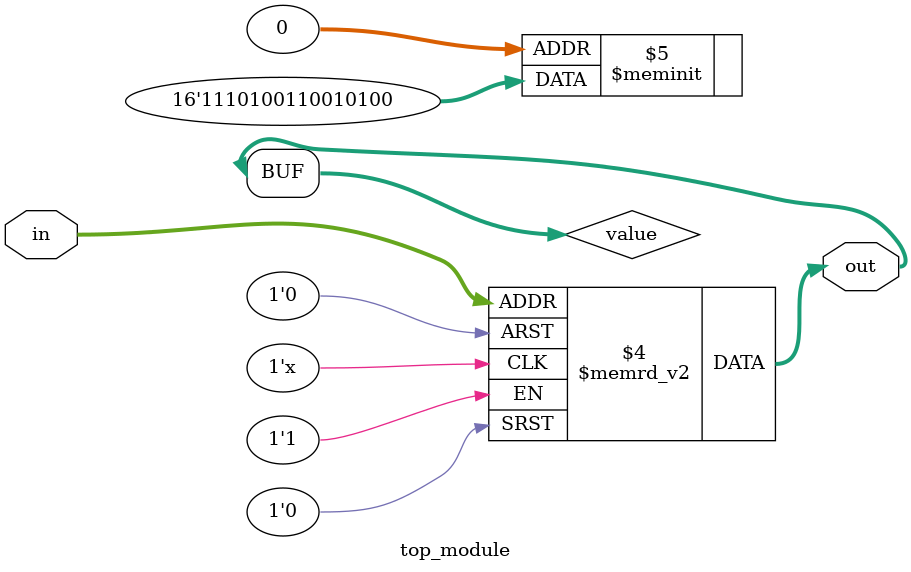
<source format=v>

`default_nettype none

module top_module (
    input   [2:0]   in,
    output  [1:0]   out
);

    reg [1:0]   value;
    always @(*) begin
        case (in)
        3'b000 : value = 2'd0;
        3'b001 : value = 2'd1;
        3'b010 : value = 2'd1;
        3'b011 : value = 2'd2;
        3'b100 : value = 2'd1;
        3'b101 : value = 2'd2;
        3'b110 : value = 2'd2;
        3'b111 : value = 2'd3;
        endcase
    end

    assign out = value;

endmodule
</source>
